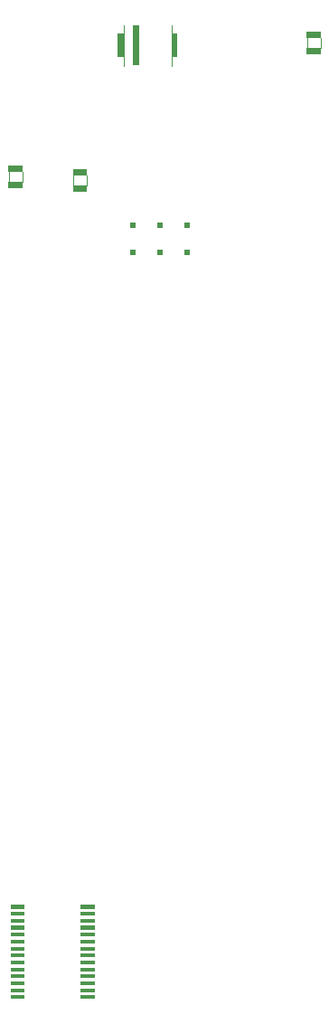
<source format=gbr>
G04 DipTrace 4.0.0.3*
G04 TopAssembly.gbr*
%MOIN*%
G04 #@! TF.FileFunction,Drawing,Top*
G04 #@! TF.Part,Single*
%ADD19C,0.004*%
%FSLAX26Y26*%
G04*
G70*
G90*
G75*
G01*
G04 TopAssy*
%LPD*%
X1171936Y4425591D2*
D19*
Y4575591D1*
X1349915Y4425591D2*
Y4575591D1*
G36*
X1150920Y4543596D2*
Y4457585D1*
X1171936D1*
Y4543596D1*
X1150920D1*
G37*
G36*
X1349915D2*
Y4457585D1*
X1370930D1*
Y4543596D1*
X1349915D1*
G37*
G36*
X1207783Y4575395D2*
Y4425786D1*
X1229442D1*
Y4575395D1*
X1207783D1*
G37*
G36*
X806776Y1332572D2*
X755791D1*
Y1318597D1*
X806776D1*
Y1332572D1*
G37*
G36*
Y1306991D2*
X755791D1*
Y1293017D1*
X806776D1*
Y1306991D1*
G37*
G36*
Y1281411D2*
X755791D1*
Y1267396D1*
X806776D1*
Y1281411D1*
G37*
G36*
Y1255831D2*
X755791D1*
Y1241816D1*
X806776D1*
Y1255831D1*
G37*
G36*
Y1230251D2*
X755791D1*
Y1216235D1*
X806776D1*
Y1230251D1*
G37*
G36*
Y1204630D2*
X755791D1*
Y1190655D1*
X806776D1*
Y1204630D1*
G37*
G36*
Y1179050D2*
X755791D1*
Y1165034D1*
X806776D1*
Y1179050D1*
G37*
G36*
Y1153470D2*
X755791D1*
Y1139454D1*
X806776D1*
Y1153470D1*
G37*
G36*
Y1127849D2*
X755791D1*
Y1113874D1*
X806776D1*
Y1127849D1*
G37*
G36*
Y1102269D2*
X755791D1*
Y1088253D1*
X806776D1*
Y1102269D1*
G37*
G36*
Y1076688D2*
X755791D1*
Y1062673D1*
X806776D1*
Y1076688D1*
G37*
G36*
Y1051108D2*
X755791D1*
Y1037093D1*
X806776D1*
Y1051108D1*
G37*
G36*
Y1025487D2*
X755791D1*
Y1011513D1*
X806776D1*
Y1025487D1*
G37*
G36*
Y999907D2*
X755791D1*
Y985932D1*
X806776D1*
Y999907D1*
G37*
G36*
X1065762D2*
X1014778D1*
Y985932D1*
X1065762D1*
Y999907D1*
G37*
G36*
Y1025487D2*
X1014778D1*
Y1011513D1*
X1065762D1*
Y1025487D1*
G37*
G36*
Y1051108D2*
X1014778D1*
Y1037093D1*
X1065762D1*
Y1051108D1*
G37*
G36*
Y1076688D2*
X1014778D1*
Y1062673D1*
X1065762D1*
Y1076688D1*
G37*
G36*
Y1102269D2*
X1014778D1*
Y1088253D1*
X1065762D1*
Y1102269D1*
G37*
G36*
Y1127849D2*
X1014778D1*
Y1113874D1*
X1065762D1*
Y1127849D1*
G37*
G36*
Y1153470D2*
X1014778D1*
Y1139454D1*
X1065762D1*
Y1153470D1*
G37*
G36*
Y1179050D2*
X1014778D1*
Y1165034D1*
X1065762D1*
Y1179050D1*
G37*
G36*
Y1204630D2*
X1014778D1*
Y1190655D1*
X1065762D1*
Y1204630D1*
G37*
G36*
Y1230251D2*
X1014778D1*
Y1216235D1*
X1065762D1*
Y1230251D1*
G37*
G36*
Y1255831D2*
X1014778D1*
Y1241816D1*
X1065762D1*
Y1255831D1*
G37*
G36*
Y1281411D2*
X1014778D1*
Y1267396D1*
X1065762D1*
Y1281411D1*
G37*
G36*
Y1306991D2*
X1014778D1*
Y1293017D1*
X1065762D1*
Y1306991D1*
G37*
G36*
Y1332572D2*
X1014778D1*
Y1318597D1*
X1065762D1*
Y1332572D1*
G37*
G36*
X1195551Y3748091D2*
Y3728091D1*
X1215562D1*
Y3748091D1*
X1195551D1*
G37*
G36*
Y3848091D2*
Y3828091D1*
X1215562D1*
Y3848091D1*
X1195551D1*
G37*
G36*
X1295572D2*
Y3828091D1*
X1315551D1*
Y3848091D1*
X1295572D1*
G37*
G36*
Y3748091D2*
Y3728091D1*
X1315551D1*
Y3748091D1*
X1295572D1*
G37*
G36*
X1395562Y3848091D2*
Y3828091D1*
X1415572D1*
Y3848091D1*
X1395562D1*
G37*
G36*
Y3748091D2*
Y3728091D1*
X1415572D1*
Y3748091D1*
X1395562D1*
G37*
X1849702Y4526975D2*
D19*
Y4491531D1*
X1898920Y4526975D2*
Y4490558D1*
G36*
X1847736Y4550594D2*
Y4526975D1*
X1900886D1*
Y4550594D1*
X1847736D1*
G37*
G36*
Y4491531D2*
Y4467912D1*
X1900886D1*
Y4491531D1*
X1847736D1*
G37*
X987202Y4020724D2*
D19*
Y3985281D1*
X1036420Y4020724D2*
Y3984307D1*
G36*
X985236Y4044344D2*
Y4020724D1*
X1038386D1*
Y4044344D1*
X985236D1*
G37*
G36*
Y3985281D2*
Y3961661D1*
X1038386D1*
Y3985281D1*
X985236D1*
G37*
X749702Y4033224D2*
D19*
Y3997781D1*
X798920Y4033224D2*
Y3996807D1*
G36*
X747736Y4056844D2*
Y4033224D1*
X800886D1*
Y4056844D1*
X747736D1*
G37*
G36*
Y3997781D2*
Y3974161D1*
X800886D1*
Y3997781D1*
X747736D1*
G37*
M02*

</source>
